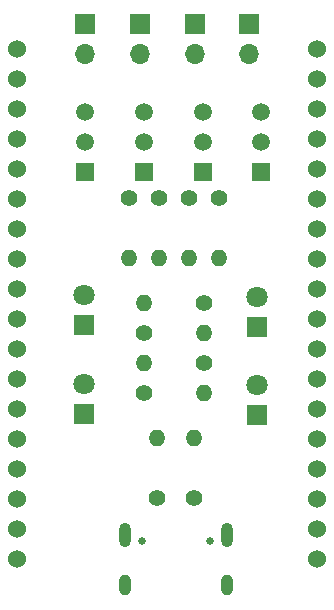
<source format=gbr>
%TF.GenerationSoftware,KiCad,Pcbnew,7.0.11-7.0.11~ubuntu22.04.1*%
%TF.CreationDate,2024-06-13T13:42:09+02:00*%
%TF.ProjectId,ESP-Pump-Interface,4553502d-5075-46d7-902d-496e74657266,rev?*%
%TF.SameCoordinates,Original*%
%TF.FileFunction,Soldermask,Bot*%
%TF.FilePolarity,Negative*%
%FSLAX46Y46*%
G04 Gerber Fmt 4.6, Leading zero omitted, Abs format (unit mm)*
G04 Created by KiCad (PCBNEW 7.0.11-7.0.11~ubuntu22.04.1) date 2024-06-13 13:42:09*
%MOMM*%
%LPD*%
G01*
G04 APERTURE LIST*
%ADD10R,1.500000X1.500000*%
%ADD11C,1.500000*%
%ADD12C,1.400000*%
%ADD13O,1.400000X1.400000*%
%ADD14R,1.700000X1.700000*%
%ADD15O,1.700000X1.700000*%
%ADD16C,0.650000*%
%ADD17O,1.000000X2.100000*%
%ADD18O,1.000000X1.800000*%
%ADD19R,1.800000X1.800000*%
%ADD20C,1.800000*%
%ADD21C,1.524000*%
G04 APERTURE END LIST*
D10*
%TO.C,Q1*%
X134061200Y-58806600D03*
D11*
X134061200Y-56266600D03*
X134061200Y-53726600D03*
%TD*%
D12*
%TO.C,R9*%
X143281800Y-86360000D03*
D13*
X143281800Y-81280000D03*
%TD*%
D14*
%TO.C,Pump1*%
X134005000Y-46278800D03*
D15*
X134005000Y-48818800D03*
%TD*%
D12*
%TO.C,R8*%
X145415000Y-60960000D03*
D13*
X145415000Y-66040000D03*
%TD*%
D12*
%TO.C,R10*%
X140131800Y-86360000D03*
D13*
X140131800Y-81280000D03*
%TD*%
D16*
%TO.C,J1*%
X138818600Y-90046000D03*
X144598600Y-90046000D03*
D17*
X137388600Y-89526000D03*
D18*
X137388600Y-93726000D03*
D17*
X146028600Y-89526000D03*
D18*
X146028600Y-93726000D03*
%TD*%
D14*
%TO.C,Pump2*%
X138655000Y-46278800D03*
D15*
X138655000Y-48818800D03*
%TD*%
D12*
%TO.C,R7*%
X144145000Y-69850000D03*
D13*
X139065000Y-69850000D03*
%TD*%
D12*
%TO.C,R2*%
X139065000Y-77470000D03*
D13*
X144145000Y-77470000D03*
%TD*%
D10*
%TO.C,Q2*%
X138988800Y-58806600D03*
D11*
X138988800Y-56266600D03*
X138988800Y-53726600D03*
%TD*%
D14*
%TO.C,Pump4*%
X147955000Y-46278800D03*
D15*
X147955000Y-48818800D03*
%TD*%
D12*
%TO.C,R1*%
X137795000Y-60960000D03*
D13*
X137795000Y-66040000D03*
%TD*%
D19*
%TO.C,D4*%
X148590000Y-71875000D03*
D20*
X148590000Y-69335000D03*
%TD*%
D12*
%TO.C,R6*%
X142875000Y-60960000D03*
D13*
X142875000Y-66040000D03*
%TD*%
D14*
%TO.C,Pump3*%
X143305000Y-46278800D03*
D15*
X143305000Y-48818800D03*
%TD*%
D10*
%TO.C,Q4*%
X148920200Y-58806600D03*
D11*
X148920200Y-56266600D03*
X148920200Y-53726600D03*
%TD*%
D12*
%TO.C,R5*%
X144145000Y-74980000D03*
D13*
X139065000Y-74980000D03*
%TD*%
D19*
%TO.C,D1*%
X133985000Y-79255000D03*
D20*
X133985000Y-76715000D03*
%TD*%
D19*
%TO.C,D3*%
X148590000Y-79375000D03*
D20*
X148590000Y-76835000D03*
%TD*%
D10*
%TO.C,Q3*%
X143992600Y-58806600D03*
D11*
X143992600Y-56266600D03*
X143992600Y-53726600D03*
%TD*%
D19*
%TO.C,D2*%
X133985000Y-71755000D03*
D20*
X133985000Y-69215000D03*
%TD*%
D12*
%TO.C,R3*%
X139065000Y-72390000D03*
D13*
X144145000Y-72390000D03*
%TD*%
D12*
%TO.C,R4*%
X140335000Y-60960000D03*
D13*
X140335000Y-66040000D03*
%TD*%
D21*
%TO.C,U1*%
X128270000Y-48347500D03*
X128270000Y-50887500D03*
X128270000Y-53427500D03*
X128270000Y-55967500D03*
X128270000Y-58507500D03*
X128270000Y-61047500D03*
X128270000Y-63587500D03*
X128270000Y-66127500D03*
X128270000Y-68667500D03*
X128270000Y-71207500D03*
X128270000Y-73747500D03*
X128270000Y-76287500D03*
X128270000Y-78827500D03*
X128270000Y-81367500D03*
X128270000Y-83907500D03*
X128270000Y-86447500D03*
X128270000Y-88987500D03*
X128270000Y-91527500D03*
X153670000Y-91527500D03*
X153670000Y-88987500D03*
X153670000Y-86447500D03*
X153670000Y-83907500D03*
X153670000Y-81367500D03*
X153670000Y-78827500D03*
X153670000Y-76287500D03*
X153670000Y-73747500D03*
X153670000Y-71207500D03*
X153670000Y-68667500D03*
X153670000Y-66127500D03*
X153670000Y-63587500D03*
X153670000Y-61047500D03*
X153670000Y-58507500D03*
X153670000Y-55967500D03*
X153670000Y-53427500D03*
X153670000Y-50887500D03*
X153670000Y-48347500D03*
%TD*%
M02*

</source>
